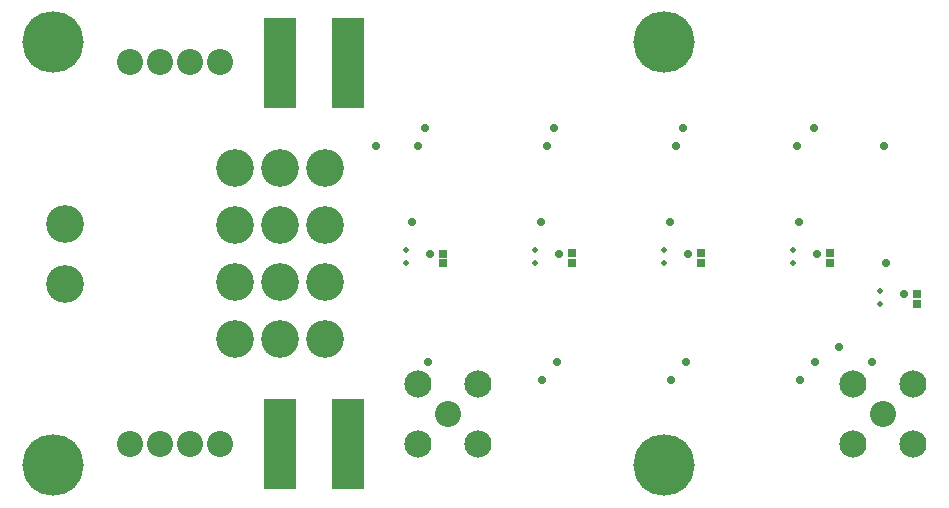
<source format=gbs>
G04*
G04 #@! TF.GenerationSoftware,Altium Limited,Altium Designer,22.10.1 (41)*
G04*
G04 Layer_Color=16711935*
%FSLAX44Y44*%
%MOMM*%
G71*
G04*
G04 #@! TF.SameCoordinates,7D2A880A-0552-440C-8A1C-2383AA23BDA6*
G04*
G04*
G04 #@! TF.FilePolarity,Negative*
G04*
G01*
G75*
%ADD37C,3.2032*%
%ADD38C,5.2032*%
%ADD39C,2.2032*%
%ADD40C,2.3032*%
%ADD41C,0.5000*%
%ADD42C,0.7112*%
%ADD52R,2.7032X7.7032*%
%ADD53R,0.7232X0.7232*%
D37*
X10160Y153670D02*
D03*
Y204470D02*
D03*
X229870Y251460D02*
D03*
X191770D02*
D03*
X153670D02*
D03*
X229870Y203200D02*
D03*
X191770D02*
D03*
X153670D02*
D03*
X229870Y154940D02*
D03*
X191770D02*
D03*
X153670D02*
D03*
X229870Y106680D02*
D03*
X191770D02*
D03*
X153670D02*
D03*
D38*
X516890Y358140D02*
D03*
X0D02*
D03*
Y0D02*
D03*
X516890D02*
D03*
D39*
X702310Y43180D02*
D03*
X140970Y17780D02*
D03*
X115570D02*
D03*
X90170D02*
D03*
X64770D02*
D03*
X334010Y43180D02*
D03*
X140970Y341630D02*
D03*
X115570D02*
D03*
X90170D02*
D03*
X64770D02*
D03*
D40*
X676910Y17780D02*
D03*
Y68580D02*
D03*
X727710D02*
D03*
Y17780D02*
D03*
X308610D02*
D03*
Y68580D02*
D03*
X359410D02*
D03*
Y17780D02*
D03*
D41*
X699770Y147740D02*
D03*
Y136740D02*
D03*
X298450Y171030D02*
D03*
Y182030D02*
D03*
X407670Y171030D02*
D03*
Y182030D02*
D03*
X516890Y171030D02*
D03*
Y182030D02*
D03*
X626110Y171030D02*
D03*
Y182030D02*
D03*
D42*
X646390Y179050D02*
D03*
X537170D02*
D03*
X273050Y270510D02*
D03*
X308610D02*
D03*
X414020Y72390D02*
D03*
X314960Y285750D02*
D03*
X424180D02*
D03*
X533400D02*
D03*
X643890D02*
D03*
X632460Y72390D02*
D03*
X523240D02*
D03*
X665480Y100330D02*
D03*
X693420Y87630D02*
D03*
X720070Y144760D02*
D03*
X535940Y87630D02*
D03*
X645160D02*
D03*
X426720D02*
D03*
X317500D02*
D03*
X631190Y205740D02*
D03*
X521970D02*
D03*
X412750D02*
D03*
X527050Y270510D02*
D03*
X417830D02*
D03*
X703580D02*
D03*
X303530Y205740D02*
D03*
X427950Y179050D02*
D03*
X318770Y178910D02*
D03*
X704850Y171450D02*
D03*
X629920Y270510D02*
D03*
D52*
X249770Y340360D02*
D03*
X191770D02*
D03*
Y17780D02*
D03*
X249770D02*
D03*
D53*
X548640Y171260D02*
D03*
Y179260D02*
D03*
X731190Y136780D02*
D03*
Y144780D02*
D03*
X657860Y179260D02*
D03*
Y171260D02*
D03*
X330200Y171100D02*
D03*
Y179100D02*
D03*
X439420Y171260D02*
D03*
Y179260D02*
D03*
M02*

</source>
